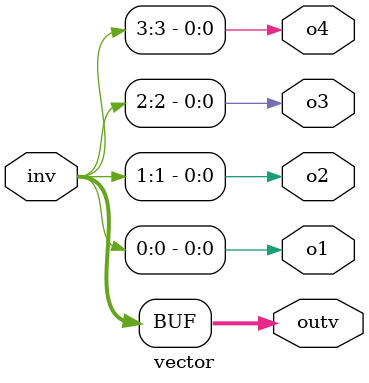
<source format=v>
module vector(output wire [3:0] outv,
    output o1,o2,o3,o4,
    input wire [3:0] inv);
    assign outv = inv;
    assign o1 = inv[0];
    assign o2 = inv[1];
    assign o3 = inv[2];
    assign o4 = inv[3];
endmodule

</source>
